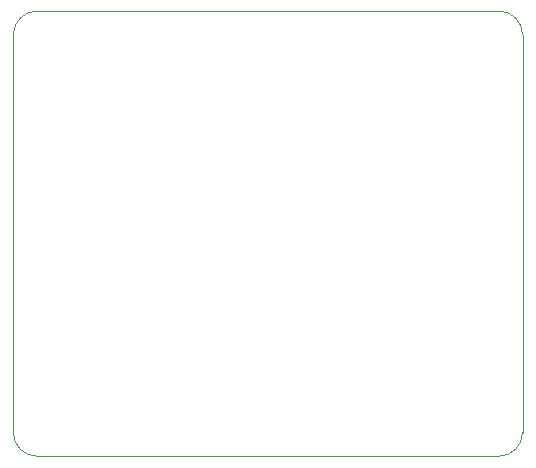
<source format=gbr>
%TF.GenerationSoftware,KiCad,Pcbnew,8.0.1-8.0.1-1~ubuntu22.04.1*%
%TF.CreationDate,2024-06-15T20:16:41+10:00*%
%TF.ProjectId,Machine-Controller,4d616368-696e-4652-9d43-6f6e74726f6c,rev?*%
%TF.SameCoordinates,Original*%
%TF.FileFunction,Profile,NP*%
%FSLAX46Y46*%
G04 Gerber Fmt 4.6, Leading zero omitted, Abs format (unit mm)*
G04 Created by KiCad (PCBNEW 8.0.1-8.0.1-1~ubuntu22.04.1) date 2024-06-15 20:16:41*
%MOMM*%
%LPD*%
G01*
G04 APERTURE LIST*
%TA.AperFunction,Profile*%
%ADD10C,0.100000*%
%TD*%
G04 APERTURE END LIST*
D10*
X167562800Y-63930214D02*
G75*
G02*
X169562786Y-65930214I0J-1999986D01*
G01*
X169562800Y-65930214D02*
X169562800Y-99622000D01*
X167562800Y-101622000D02*
X128454800Y-101622000D01*
X126454800Y-99622000D02*
X126454800Y-65930214D01*
X128454800Y-63930214D02*
X167562800Y-63930214D01*
X126454800Y-65930214D02*
G75*
G02*
X128454800Y-63930200I2000000J14D01*
G01*
X128454800Y-101622000D02*
G75*
G02*
X126454800Y-99622000I0J2000000D01*
G01*
X169562800Y-99622000D02*
G75*
G02*
X167562800Y-101622000I-2000000J0D01*
G01*
M02*

</source>
